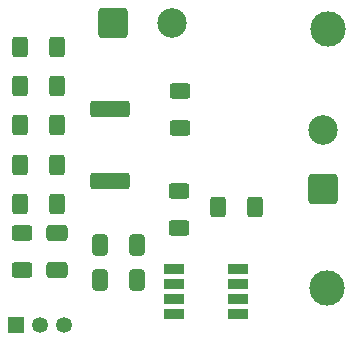
<source format=gbr>
%TF.GenerationSoftware,KiCad,Pcbnew,9.0.7*%
%TF.CreationDate,2026-02-04T19:16:51+05:00*%
%TF.ProjectId,HLT8012-Interface-board,484c5438-3031-4322-9d49-6e7465726661,rev?*%
%TF.SameCoordinates,Original*%
%TF.FileFunction,Soldermask,Top*%
%TF.FilePolarity,Negative*%
%FSLAX46Y46*%
G04 Gerber Fmt 4.6, Leading zero omitted, Abs format (unit mm)*
G04 Created by KiCad (PCBNEW 9.0.7) date 2026-02-04 19:16:51*
%MOMM*%
%LPD*%
G01*
G04 APERTURE LIST*
G04 Aperture macros list*
%AMRoundRect*
0 Rectangle with rounded corners*
0 $1 Rounding radius*
0 $2 $3 $4 $5 $6 $7 $8 $9 X,Y pos of 4 corners*
0 Add a 4 corners polygon primitive as box body*
4,1,4,$2,$3,$4,$5,$6,$7,$8,$9,$2,$3,0*
0 Add four circle primitives for the rounded corners*
1,1,$1+$1,$2,$3*
1,1,$1+$1,$4,$5*
1,1,$1+$1,$6,$7*
1,1,$1+$1,$8,$9*
0 Add four rect primitives between the rounded corners*
20,1,$1+$1,$2,$3,$4,$5,0*
20,1,$1+$1,$4,$5,$6,$7,0*
20,1,$1+$1,$6,$7,$8,$9,0*
20,1,$1+$1,$8,$9,$2,$3,0*%
G04 Aperture macros list end*
%ADD10C,1.350000*%
%ADD11R,1.350000X1.350000*%
%ADD12RoundRect,0.250000X-0.400000X-0.625000X0.400000X-0.625000X0.400000X0.625000X-0.400000X0.625000X0*%
%ADD13RoundRect,0.102000X-0.762500X-0.325000X0.762500X-0.325000X0.762500X0.325000X-0.762500X0.325000X0*%
%ADD14RoundRect,0.250000X-1.000000X-1.000000X1.000000X-1.000000X1.000000X1.000000X-1.000000X1.000000X0*%
%ADD15C,2.500000*%
%ADD16RoundRect,0.250000X0.412500X0.650000X-0.412500X0.650000X-0.412500X-0.650000X0.412500X-0.650000X0*%
%ADD17RoundRect,0.250000X1.000000X-1.000000X1.000000X1.000000X-1.000000X1.000000X-1.000000X-1.000000X0*%
%ADD18RoundRect,0.250000X-0.625000X0.400000X-0.625000X-0.400000X0.625000X-0.400000X0.625000X0.400000X0*%
%ADD19RoundRect,0.250000X-0.412500X-0.650000X0.412500X-0.650000X0.412500X0.650000X-0.412500X0.650000X0*%
%ADD20RoundRect,0.250000X-0.650000X0.412500X-0.650000X-0.412500X0.650000X-0.412500X0.650000X0.412500X0*%
%ADD21C,3.000000*%
%ADD22RoundRect,0.249999X-1.425001X0.450001X-1.425001X-0.450001X1.425001X-0.450001X1.425001X0.450001X0*%
G04 APERTURE END LIST*
D10*
%TO.C,J5*%
X116450000Y-135075000D03*
X114450000Y-135075000D03*
D11*
X112450000Y-135075000D03*
%TD*%
D12*
%TO.C,R6*%
X112757500Y-124805000D03*
X115857500Y-124805000D03*
%TD*%
D13*
%TO.C,U1*%
X125763000Y-130345000D03*
X125763000Y-131615000D03*
X125763000Y-132885000D03*
X125763000Y-134155000D03*
X131187000Y-134155000D03*
X131187000Y-132885000D03*
X131187000Y-131615000D03*
X131187000Y-130345000D03*
%TD*%
D14*
%TO.C,J4*%
X120650000Y-109525000D03*
D15*
X125650000Y-109525000D03*
%TD*%
D16*
%TO.C,C3*%
X122662500Y-131300000D03*
X119537500Y-131300000D03*
%TD*%
D17*
%TO.C,J3*%
X138392500Y-123600000D03*
D15*
X138392500Y-118600000D03*
%TD*%
D18*
%TO.C,R7*%
X112950000Y-127325000D03*
X112950000Y-130425000D03*
%TD*%
D19*
%TO.C,C2*%
X119512500Y-128350000D03*
X122637500Y-128350000D03*
%TD*%
D12*
%TO.C,R4*%
X112757500Y-118185000D03*
X115857500Y-118185000D03*
%TD*%
D20*
%TO.C,C1*%
X115900000Y-127312500D03*
X115900000Y-130437500D03*
%TD*%
D21*
%TO.C,J1*%
X138800000Y-110050000D03*
%TD*%
D18*
%TO.C,R8*%
X126300000Y-115300000D03*
X126300000Y-118400000D03*
%TD*%
D12*
%TO.C,R3*%
X112757500Y-114875000D03*
X115857500Y-114875000D03*
%TD*%
%TO.C,R5*%
X112757500Y-121495000D03*
X115857500Y-121495000D03*
%TD*%
D21*
%TO.C,J2*%
X138775000Y-131950000D03*
%TD*%
D12*
%TO.C,R2*%
X112757500Y-111565000D03*
X115857500Y-111565000D03*
%TD*%
%TO.C,R1*%
X129550000Y-125050000D03*
X132650000Y-125050000D03*
%TD*%
D22*
%TO.C,R10*%
X120375000Y-116775000D03*
X120375000Y-122875000D03*
%TD*%
D18*
%TO.C,R9*%
X126250000Y-123750000D03*
X126250000Y-126850000D03*
%TD*%
M02*

</source>
